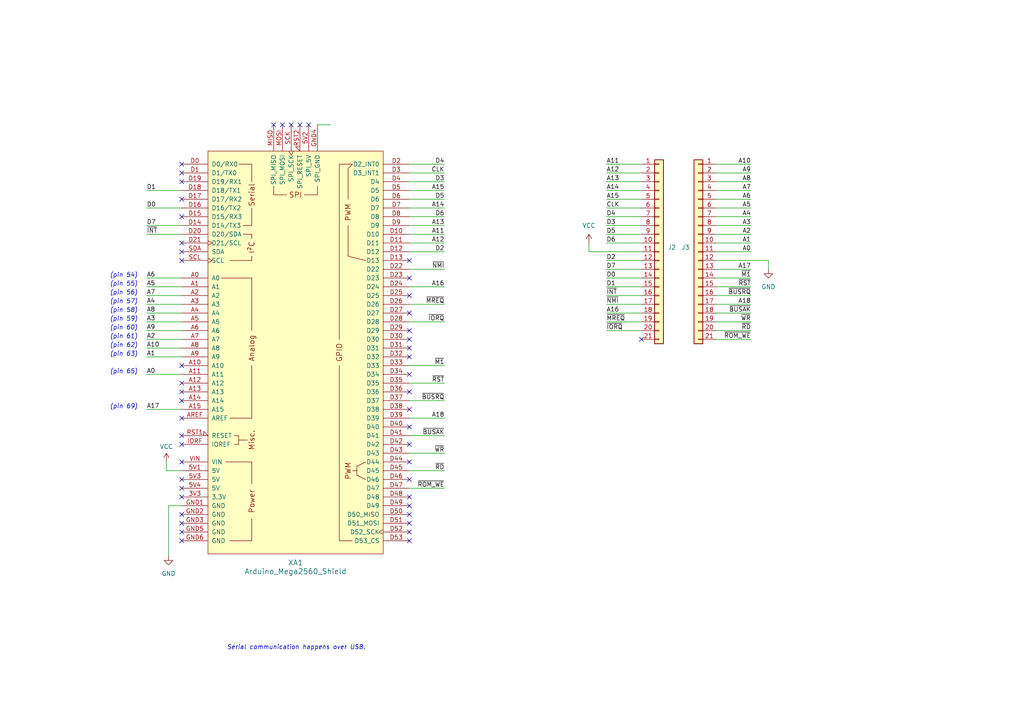
<source format=kicad_sch>
(kicad_sch (version 20230121) (generator eeschema)
  (paper "A4")
  (lib_symbols
    (symbol "Connector_Generic:Conn_01x21" (pin_names (offset 1.016) hide)
      (property "Reference" "J" (at 0 27.94 0))
      (property "Value" "Conn_01x21" (at 0 -27.94 0))
      (symbol "Conn_01x21_1_1"
        (rectangle (start -1.27 -25.273) (end 0 -25.527) (stroke (width 0.1524)))
        (rectangle (start -1.27 -22.733) (end 0 -22.987) (stroke (width 0.1524)))
        (rectangle (start -1.27 -20.193) (end 0 -20.447) (stroke (width 0.1524)))
        (rectangle (start -1.27 -17.653) (end 0 -17.907) (stroke (width 0.1524)))
        (rectangle (start -1.27 -15.113) (end 0 -15.367) (stroke (width 0.1524)))
        (rectangle (start -1.27 -12.573) (end 0 -12.827) (stroke (width 0.1524)))
        (rectangle (start -1.27 -10.033) (end 0 -10.287) (stroke (width 0.1524)))
        (rectangle (start -1.27 -7.493) (end 0 -7.747) (stroke (width 0.1524)))
        (rectangle (start -1.27 -4.953) (end 0 -5.207) (stroke (width 0.1524)))
        (rectangle (start -1.27 -2.413) (end 0 -2.667) (stroke (width 0.1524)))
        (rectangle (start -1.27 0.127) (end 0 -0.127) (stroke (width 0.1524)))
        (rectangle (start -1.27 2.667) (end 0 2.413) (stroke (width 0.1524)))
        (rectangle (start -1.27 5.207) (end 0 4.953) (stroke (width 0.1524)))
        (rectangle (start -1.27 7.747) (end 0 7.493) (stroke (width 0.1524)))
        (rectangle (start -1.27 10.287) (end 0 10.033) (stroke (width 0.1524)))
        (rectangle (start -1.27 12.827) (end 0 12.573) (stroke (width 0.1524)))
        (rectangle (start -1.27 15.367) (end 0 15.113) (stroke (width 0.1524)))
        (rectangle (start -1.27 17.907) (end 0 17.653) (stroke (width 0.1524)))
        (rectangle (start -1.27 20.447) (end 0 20.193) (stroke (width 0.1524)))
        (rectangle (start -1.27 22.987) (end 0 22.733) (stroke (width 0.1524)))
        (rectangle (start -1.27 25.527) (end 0 25.273) (stroke (width 0.1524)))
        (rectangle (start -1.27 26.67) (end 1.27 -26.67) (stroke (width 0.254)) (fill (type background)))
        (pin passive line (at -5.08 25.4 0) (length 3.81) (name "Pin_1") (number "1"))
        (pin passive line (at -5.08 2.54 0) (length 3.81) (name "Pin_10") (number "10"))
        (pin passive line (at -5.08 0 0) (length 3.81) (name "Pin_11") (number "11"))
        (pin passive line (at -5.08 -2.54 0) (length 3.81) (name "Pin_12") (number "12"))
        (pin passive line (at -5.08 -5.08 0) (length 3.81) (name "Pin_13") (number "13"))
        (pin passive line (at -5.08 -7.62 0) (length 3.81) (name "Pin_14") (number "14"))
        (pin passive line (at -5.08 -10.16 0) (length 3.81) (name "Pin_15") (number "15"))
        (pin passive line (at -5.08 -12.7 0) (length 3.81) (name "Pin_16") (number "16"))
        (pin passive line (at -5.08 -15.24 0) (length 3.81) (name "Pin_17") (number "17"))
        (pin passive line (at -5.08 -17.78 0) (length 3.81) (name "Pin_18") (number "18"))
        (pin passive line (at -5.08 -20.32 0) (length 3.81) (name "Pin_19") (number "19"))
        (pin passive line (at -5.08 22.86 0) (length 3.81) (name "Pin_2") (number "2"))
        (pin passive line (at -5.08 -22.86 0) (length 3.81) (name "Pin_20") (number "20"))
        (pin passive line (at -5.08 -25.4 0) (length 3.81) (name "Pin_21") (number "21"))
        (pin passive line (at -5.08 20.32 0) (length 3.81) (name "Pin_3") (number "3"))
        (pin passive line (at -5.08 17.78 0) (length 3.81) (name "Pin_4") (number "4"))
        (pin passive line (at -5.08 15.24 0) (length 3.81) (name "Pin_5") (number "5"))
        (pin passive line (at -5.08 12.7 0) (length 3.81) (name "Pin_6") (number "6"))
        (pin passive line (at -5.08 10.16 0) (length 3.81) (name "Pin_7") (number "7"))
        (pin passive line (at -5.08 7.62 0) (length 3.81) (name "Pin_8") (number "8"))
        (pin passive line (at -5.08 5.08 0) (length 3.81) (name "Pin_9") (number "9"))
      )
    )
    (symbol "PCM_arduino-library:Arduino_Mega2560_Shield" (pin_names (offset 1.016))
      (property "Reference" "XA" (at 0 -62.23 0))
      (property "Value" "Arduino_Mega2560_Shield" (at 0 -66.04 0))
      (symbol "Arduino_Mega2560_Shield_0_0"
        (rectangle (start -25.4 -58.42) (end 25.4 58.42) (fill (type background)))
        (rectangle (start -20.32 -31.75) (end -12.7 -31.75))
        (rectangle (start -19.05 -54.61) (end -12.7 -54.61))
        (rectangle (start -19.05 -19.05) (end -12.7 -19.05))
        (rectangle (start -19.05 26.67) (end -12.7 26.67))
        (rectangle (start -17.78 -26.67) (end -16.51 -26.67))
        (rectangle (start -17.78 -24.13) (end -16.51 -24.13))
        (rectangle (start -16.51 -25.4) (end -13.97 -25.4))
        (rectangle (start -16.51 -24.13) (end -16.51 -26.67))
        (rectangle (start -16.51 54.61) (end -12.7 54.61))
        (rectangle (start -15.24 34.29) (end -12.7 34.29))
        (rectangle (start -15.24 36.83) (end -12.7 36.83))
        (rectangle (start -12.7 -54.61) (end -12.7 -48.26))
        (rectangle (start -12.7 -31.75) (end -12.7 -38.1))
        (rectangle (start -12.7 26.67) (end -12.7 27.94))
        (rectangle (start -12.7 34.29) (end -12.7 33.02))
        (rectangle (start -12.7 41.91) (end -12.7 36.83))
        (rectangle (start -12.7 49.53) (end -12.7 54.61))
        (rectangle (start -6.35 48.26) (end -6.35 45.72))
        (rectangle (start -2.54 45.72) (end -6.35 45.72))
        (polyline (pts (xy -21.59 21.59) (xy -12.7 21.59)))
        (polyline (pts (xy -12.7 -19.05) (xy -12.7 -3.81)))
        (polyline (pts (xy -12.7 6.35) (xy -12.7 21.59)))
        (polyline (pts (xy 12.7 -54.61) (xy 16.51 -54.61)))
        (polyline (pts (xy 12.7 54.61) (xy 16.51 54.61)))
        (polyline (pts (xy 17.78 -34.29) (xy 16.51 -34.29)))
        (polyline (pts (xy 15.24 36.83) (xy 15.24 27.94) (xy 20.32 26.67)))
        (polyline (pts (xy 15.24 44.45) (xy 15.24 53.34) (xy 16.51 54.61)))
        (polyline (pts (xy 20.32 -31.75) (xy 17.78 -33.02) (xy 17.78 -35.56) (xy 20.32 -36.83)))
        (rectangle (start 6.35 45.72) (end 2.54 45.72))
        (rectangle (start 6.35 48.26) (end 6.35 45.72))
        (text "Analog" (at -12.7 1.27 900) (effects (font (size 1.524 1.524))))
        (text "I²C" (at -12.7 30.48 900) (effects (font (size 1.524 1.524))))
        (text "Misc." (at -12.7 -25.4 900) (effects (font (size 1.524 1.524))))
        (text "Power" (at -12.7 -43.18 900) (effects (font (size 1.524 1.524))))
        (text "PWM" (at 15.24 -34.29 900) (effects (font (size 1.524 1.524))))
        (text "PWM" (at 15.24 40.64 900) (effects (font (size 1.524 1.524))))
        (text "Serial" (at -12.7 45.72 900) (effects (font (size 1.524 1.524))))
        (text "SPI" (at 0 45.72 0) (effects (font (size 1.524 1.524))))
      )
      (symbol "Arduino_Mega2560_Shield_1_0"
        (rectangle (start 12.7 -54.61) (end 12.7 -3.81))
        (rectangle (start 12.7 54.61) (end 12.7 3.81))
        (text "GPIO" (at 12.7 0 900) (effects (font (size 1.524 1.524))))
      )
      (symbol "Arduino_Mega2560_Shield_1_1"
        (pin power_out line (at -33.02 -41.91 0) (length 7.62) (name "3.3V") (number "3V3"))
        (pin power_in line (at -33.02 -34.29 0) (length 7.62) (name "5V") (number "5V1"))
        (pin power_in line (at 3.81 66.04 270) (length 7.62) (name "SPI_5V") (number "5V2"))
        (pin power_in line (at -33.02 -36.83 0) (length 7.62) (name "5V") (number "5V3"))
        (pin power_in line (at -33.02 -39.37 0) (length 7.62) (name "5V") (number "5V4"))
        (pin bidirectional line (at -33.02 21.59 0) (length 7.62) (name "A0") (number "A0"))
        (pin bidirectional line (at -33.02 19.05 0) (length 7.62) (name "A1") (number "A1"))
        (pin bidirectional line (at -33.02 -3.81 0) (length 7.62) (name "A10") (number "A10"))
        (pin bidirectional line (at -33.02 -6.35 0) (length 7.62) (name "A11") (number "A11"))
        (pin bidirectional line (at -33.02 -8.89 0) (length 7.62) (name "A12") (number "A12"))
        (pin bidirectional line (at -33.02 -11.43 0) (length 7.62) (name "A13") (number "A13"))
        (pin bidirectional line (at -33.02 -13.97 0) (length 7.62) (name "A14") (number "A14"))
        (pin bidirectional line (at -33.02 -16.51 0) (length 7.62) (name "A15") (number "A15"))
        (pin bidirectional line (at -33.02 16.51 0) (length 7.62) (name "A2") (number "A2"))
        (pin bidirectional line (at -33.02 13.97 0) (length 7.62) (name "A3") (number "A3"))
        (pin bidirectional line (at -33.02 11.43 0) (length 7.62) (name "A4") (number "A4"))
        (pin bidirectional line (at -33.02 8.89 0) (length 7.62) (name "A5") (number "A5"))
        (pin bidirectional line (at -33.02 6.35 0) (length 7.62) (name "A6") (number "A6"))
        (pin bidirectional line (at -33.02 3.81 0) (length 7.62) (name "A7") (number "A7"))
        (pin bidirectional line (at -33.02 1.27 0) (length 7.62) (name "A8") (number "A8"))
        (pin bidirectional line (at -33.02 -1.27 0) (length 7.62) (name "A9") (number "A9"))
        (pin input line (at -33.02 -19.05 0) (length 7.62) (name "AREF") (number "AREF"))
        (pin bidirectional line (at -33.02 54.61 0) (length 7.62) (name "D0/RX0") (number "D0"))
        (pin bidirectional line (at -33.02 52.07 0) (length 7.62) (name "D1/TX0") (number "D1"))
        (pin bidirectional line (at 33.02 34.29 180) (length 7.62) (name "D10") (number "D10"))
        (pin bidirectional line (at 33.02 31.75 180) (length 7.62) (name "D11") (number "D11"))
        (pin bidirectional line (at 33.02 29.21 180) (length 7.62) (name "D12") (number "D12"))
        (pin bidirectional line (at 33.02 26.67 180) (length 7.62) (name "D13") (number "D13"))
        (pin bidirectional line (at -33.02 36.83 0) (length 7.62) (name "D14/TX3") (number "D14"))
        (pin bidirectional line (at -33.02 39.37 0) (length 7.62) (name "D15/RX3") (number "D15"))
        (pin bidirectional line (at -33.02 41.91 0) (length 7.62) (name "D16/TX2") (number "D16"))
        (pin bidirectional line (at -33.02 44.45 0) (length 7.62) (name "D17/RX2") (number "D17"))
        (pin bidirectional line (at -33.02 46.99 0) (length 7.62) (name "D18/TX1") (number "D18"))
        (pin bidirectional line (at -33.02 49.53 0) (length 7.62) (name "D19/RX1") (number "D19"))
        (pin bidirectional line (at 33.02 54.61 180) (length 7.62) (name "D2_INT0") (number "D2"))
        (pin bidirectional line (at -33.02 34.29 0) (length 7.62) (name "D20/SDA") (number "D20"))
        (pin bidirectional clock (at -33.02 31.75 0) (length 7.62) (name "D21/SCL") (number "D21"))
        (pin bidirectional line (at 33.02 24.13 180) (length 7.62) (name "D22") (number "D22"))
        (pin bidirectional line (at 33.02 21.59 180) (length 7.62) (name "D23") (number "D23"))
        (pin bidirectional line (at 33.02 19.05 180) (length 7.62) (name "D24") (number "D24"))
        (pin bidirectional line (at 33.02 16.51 180) (length 7.62) (name "D25") (number "D25"))
        (pin bidirectional line (at 33.02 13.97 180) (length 7.62) (name "D26") (number "D26"))
        (pin bidirectional line (at 33.02 11.43 180) (length 7.62) (name "D27") (number "D27"))
        (pin bidirectional line (at 33.02 8.89 180) (length 7.62) (name "D28") (number "D28"))
        (pin bidirectional line (at 33.02 6.35 180) (length 7.62) (name "D29") (number "D29"))
        (pin bidirectional line (at 33.02 52.07 180) (length 7.62) (name "D3_INT1") (number "D3"))
        (pin bidirectional line (at 33.02 3.81 180) (length 7.62) (name "D30") (number "D30"))
        (pin bidirectional line (at 33.02 1.27 180) (length 7.62) (name "D31") (number "D31"))
        (pin bidirectional line (at 33.02 -1.27 180) (length 7.62) (name "D32") (number "D32"))
        (pin bidirectional line (at 33.02 -3.81 180) (length 7.62) (name "D33") (number "D33"))
        (pin bidirectional line (at 33.02 -6.35 180) (length 7.62) (name "D34") (number "D34"))
        (pin bidirectional line (at 33.02 -8.89 180) (length 7.62) (name "D35") (number "D35"))
        (pin bidirectional line (at 33.02 -11.43 180) (length 7.62) (name "D36") (number "D36"))
        (pin bidirectional line (at 33.02 -13.97 180) (length 7.62) (name "D37") (number "D37"))
        (pin bidirectional line (at 33.02 -16.51 180) (length 7.62) (name "D38") (number "D38"))
        (pin bidirectional line (at 33.02 -19.05 180) (length 7.62) (name "D39") (number "D39"))
        (pin bidirectional line (at 33.02 49.53 180) (length 7.62) (name "D4") (number "D4"))
        (pin bidirectional line (at 33.02 -21.59 180) (length 7.62) (name "D40") (number "D40"))
        (pin bidirectional line (at 33.02 -24.13 180) (length 7.62) (name "D41") (number "D41"))
        (pin bidirectional line (at 33.02 -26.67 180) (length 7.62) (name "D42") (number "D42"))
        (pin bidirectional line (at 33.02 -29.21 180) (length 7.62) (name "D43") (number "D43"))
        (pin bidirectional line (at 33.02 -31.75 180) (length 7.62) (name "D44") (number "D44"))
        (pin bidirectional line (at 33.02 -34.29 180) (length 7.62) (name "D45") (number "D45"))
        (pin bidirectional line (at 33.02 -36.83 180) (length 7.62) (name "D46") (number "D46"))
        (pin bidirectional line (at 33.02 -39.37 180) (length 7.62) (name "D47") (number "D47"))
        (pin bidirectional line (at 33.02 -41.91 180) (length 7.62) (name "D48") (number "D48"))
        (pin bidirectional line (at 33.02 -44.45 180) (length 7.62) (name "D49") (number "D49"))
        (pin bidirectional line (at 33.02 46.99 180) (length 7.62) (name "D5") (number "D5"))
        (pin bidirectional line (at 33.02 -46.99 180) (length 7.62) (name "D50_MISO") (number "D50"))
        (pin bidirectional line (at 33.02 -49.53 180) (length 7.62) (name "D51_MOSI") (number "D51"))
        (pin bidirectional clock (at 33.02 -52.07 180) (length 7.62) (name "D52_SCK") (number "D52"))
        (pin bidirectional line (at 33.02 -54.61 180) (length 7.62) (name "D53_CS") (number "D53"))
        (pin bidirectional line (at 33.02 44.45 180) (length 7.62) (name "D6") (number "D6"))
        (pin bidirectional line (at 33.02 41.91 180) (length 7.62) (name "D7") (number "D7"))
        (pin bidirectional line (at 33.02 39.37 180) (length 7.62) (name "D8") (number "D8"))
        (pin bidirectional line (at 33.02 36.83 180) (length 7.62) (name "D9") (number "D9"))
        (pin power_in line (at -33.02 -44.45 0) (length 7.62) (name "GND") (number "GND1"))
        (pin power_in line (at -33.02 -46.99 0) (length 7.62) (name "GND") (number "GND2"))
        (pin power_in line (at -33.02 -49.53 0) (length 7.62) (name "GND") (number "GND3"))
        (pin power_in line (at 6.35 66.04 270) (length 7.62) (name "SPI_GND") (number "GND4"))
        (pin power_in line (at -33.02 -52.07 0) (length 7.62) (name "GND") (number "GND5"))
        (pin power_in line (at -33.02 -54.61 0) (length 7.62) (name "GND") (number "GND6"))
        (pin output line (at -33.02 -26.67 0) (length 7.62) (name "IOREF") (number "IORF"))
        (pin input line (at -6.35 66.04 270) (length 7.62) (name "SPI_MISO") (number "MISO"))
        (pin output line (at -3.81 66.04 270) (length 7.62) (name "SPI_MOSI") (number "MOSI"))
        (pin open_collector input_low (at -33.02 -24.13 0) (length 7.62) (name "RESET") (number "RST1"))
        (pin open_collector input_low (at 1.27 66.04 270) (length 7.62) (name "SPI_RESET") (number "RST2"))
        (pin output clock (at -1.27 66.04 270) (length 7.62) (name "SPI_SCK") (number "SCK"))
        (pin bidirectional clock (at -33.02 26.67 0) (length 7.62) (name "SCL") (number "SCL"))
        (pin bidirectional line (at -33.02 29.21 0) (length 7.62) (name "SDA") (number "SDA"))
        (pin power_in line (at -33.02 -31.75 0) (length 7.62) (name "VIN") (number "VIN"))
      )
    )
    (symbol "VCC_1" (power) (pin_names (offset 0))
      (property "Value" "VCC_1" (at 0 3.81 0))
      (symbol "VCC_1_0_1"
        (polyline (pts (xy -0.762 1.27) (xy 0 2.54)))
        (polyline (pts (xy 0 0) (xy 0 2.54)))
        (polyline (pts (xy 0 2.54) (xy 0.762 1.27)))
      )
      (symbol "VCC_1_1_1"
        (pin power_in line (at 0 0 90) (length 0) hide (name "VCC") (number "1"))
      )
    )
    (symbol "power:GND" (power) (pin_names (offset 0))
      (property "Value" "GND" (at 0 -3.81 0))
      (symbol "GND_0_1"
        (polyline (pts (xy 0 0) (xy 0 -1.27) (xy 1.27 -1.27) (xy 0 -2.54) (xy -1.27 -1.27) (xy 0 -1.27)))
      )
      (symbol "GND_1_1"
        (pin power_in line (at 0 0 270) (length 0) hide (name "GND") (number "1"))
      )
    )
    (symbol "power:VCC" (power) (pin_names (offset 0))
      (property "Value" "VCC" (at 0 3.81 0))
      (symbol "VCC_0_1"
        (polyline (pts (xy -0.762 1.27) (xy 0 2.54)))
        (polyline (pts (xy 0 0) (xy 0 2.54)))
        (polyline (pts (xy 0 2.54) (xy 0.762 1.27)))
      )
      (symbol "VCC_1_1"
        (pin power_in line (at 0 0 90) (length 0) hide (name "VCC") (number "1"))
      )
    )
  )
  (no_connect (at 186.055 98.425))
  (no_connect (at 52.705 52.705))
  (no_connect (at 52.705 50.165))
  (no_connect (at 52.705 75.565))
  (no_connect (at 52.705 154.305))
  (no_connect (at 118.745 98.425))
  (no_connect (at 84.455 36.195))
  (no_connect (at 118.745 118.745))
  (no_connect (at 118.745 151.765))
  (no_connect (at 118.745 108.585))
  (no_connect (at 118.745 90.805))
  (no_connect (at 52.705 121.285))
  (no_connect (at 52.705 141.605))
  (no_connect (at 118.745 146.685))
  (no_connect (at 118.745 75.565))
  (no_connect (at 118.745 123.825))
  (no_connect (at 52.705 113.665))
  (no_connect (at 81.915 36.195))
  (no_connect (at 79.375 36.195))
  (no_connect (at 118.745 156.845))
  (no_connect (at 52.705 70.485))
  (no_connect (at 52.705 57.785))
  (no_connect (at 89.535 36.195))
  (no_connect (at 52.705 126.365))
  (no_connect (at 86.995 36.195))
  (no_connect (at 52.705 139.065))
  (no_connect (at 52.705 156.845))
  (no_connect (at 52.705 133.985))
  (no_connect (at 118.745 149.225))
  (no_connect (at 118.745 133.985))
  (no_connect (at 52.705 73.025))
  (no_connect (at 52.705 144.145))
  (no_connect (at 118.745 128.905))
  (no_connect (at 118.745 139.065))
  (no_connect (at 118.745 103.505))
  (no_connect (at 118.745 154.305))
  (no_connect (at 52.705 111.125))
  (no_connect (at 118.745 144.145))
  (no_connect (at 52.705 116.205))
  (no_connect (at 118.745 85.725))
  (no_connect (at 52.705 62.865))
  (no_connect (at 52.705 151.765))
  (no_connect (at 118.745 80.645))
  (no_connect (at 52.705 106.045))
  (no_connect (at 52.705 47.625))
  (no_connect (at 118.745 100.965))
  (no_connect (at 118.745 113.665))
  (no_connect (at 52.705 149.225))
  (no_connect (at 118.745 95.885))
  (no_connect (at 52.705 128.905))
  (wire (pts (xy 118.745 111.125) (xy 128.905 111.125)))
  (wire (pts (xy 175.895 55.245) (xy 186.055 55.245)))
  (wire (pts (xy 217.805 52.705) (xy 207.645 52.705)))
  (wire (pts (xy 118.745 106.045) (xy 128.905 106.045)))
  (wire (pts (xy 217.805 47.625) (xy 207.645 47.625)))
  (wire (pts (xy 222.885 78.105) (xy 222.885 75.565)))
  (wire (pts (xy 118.745 67.945) (xy 128.905 67.945)))
  (wire (pts (xy 52.705 90.805) (xy 42.545 90.805)))
  (wire (pts (xy 118.745 136.525) (xy 128.905 136.525)))
  (wire (pts (xy 217.805 98.425) (xy 207.645 98.425)))
  (wire (pts (xy 175.895 85.725) (xy 186.055 85.725)))
  (wire (pts (xy 118.745 121.285) (xy 128.905 121.285)))
  (wire (pts (xy 217.805 62.865) (xy 207.645 62.865)))
  (wire (pts (xy 52.705 88.265) (xy 42.545 88.265)))
  (wire (pts (xy 217.805 85.725) (xy 207.645 85.725)))
  (wire (pts (xy 52.705 55.245) (xy 42.545 55.245)))
  (wire (pts (xy 175.895 67.945) (xy 186.055 67.945)))
  (wire (pts (xy 217.805 78.105) (xy 207.645 78.105)))
  (wire (pts (xy 48.895 146.685) (xy 52.705 146.685)))
  (wire (pts (xy 175.895 60.325) (xy 186.055 60.325)))
  (wire (pts (xy 118.745 70.485) (xy 128.905 70.485)))
  (wire (pts (xy 217.805 93.345) (xy 207.645 93.345)))
  (wire (pts (xy 52.705 93.345) (xy 42.545 93.345)))
  (wire (pts (xy 118.745 116.205) (xy 128.905 116.205)))
  (wire (pts (xy 170.815 73.025) (xy 186.055 73.025)))
  (wire (pts (xy 52.705 85.725) (xy 42.545 85.725)))
  (wire (pts (xy 175.895 65.405) (xy 186.055 65.405)))
  (wire (pts (xy 217.805 50.165) (xy 207.645 50.165)))
  (wire (pts (xy 175.895 52.705) (xy 186.055 52.705)))
  (wire (pts (xy 118.745 55.245) (xy 128.905 55.245)))
  (wire (pts (xy 170.815 70.485) (xy 170.815 73.025)))
  (wire (pts (xy 217.805 90.805) (xy 207.645 90.805)))
  (wire (pts (xy 175.895 47.625) (xy 186.055 47.625)))
  (wire (pts (xy 217.805 55.245) (xy 207.645 55.245)))
  (wire (pts (xy 118.745 131.445) (xy 128.905 131.445)))
  (wire (pts (xy 118.745 73.025) (xy 128.905 73.025)))
  (wire (pts (xy 175.895 78.105) (xy 186.055 78.105)))
  (wire (pts (xy 118.745 126.365) (xy 128.905 126.365)))
  (wire (pts (xy 118.745 52.705) (xy 128.905 52.705)))
  (wire (pts (xy 175.895 57.785) (xy 186.055 57.785)))
  (wire (pts (xy 48.895 161.29) (xy 48.895 146.685)))
  (wire (pts (xy 217.805 67.945) (xy 207.645 67.945)))
  (wire (pts (xy 52.705 100.965) (xy 42.545 100.965)))
  (wire (pts (xy 175.895 88.265) (xy 186.055 88.265)))
  (wire (pts (xy 217.805 70.485) (xy 207.645 70.485)))
  (wire (pts (xy 175.895 93.345) (xy 186.055 93.345)))
  (wire (pts (xy 118.745 50.165) (xy 128.905 50.165)))
  (wire (pts (xy 118.745 47.625) (xy 128.905 47.625)))
  (wire (pts (xy 175.895 80.645) (xy 186.055 80.645)))
  (wire (pts (xy 118.745 88.265) (xy 128.905 88.265)))
  (wire (pts (xy 118.745 60.325) (xy 128.905 60.325)))
  (wire (pts (xy 175.895 90.805) (xy 186.055 90.805)))
  (wire (pts (xy 118.745 65.405) (xy 128.905 65.405)))
  (wire (pts (xy 175.895 70.485) (xy 186.055 70.485)))
  (wire (pts (xy 52.705 98.425) (xy 42.545 98.425)))
  (wire (pts (xy 48.26 133.985) (xy 48.26 136.525)))
  (wire (pts (xy 217.805 80.645) (xy 207.645 80.645)))
  (wire (pts (xy 217.805 83.185) (xy 207.645 83.185)))
  (wire (pts (xy 118.745 93.345) (xy 128.905 93.345)))
  (wire (pts (xy 207.645 75.565) (xy 222.885 75.565)))
  (wire (pts (xy 52.705 108.585) (xy 42.545 108.585)))
  (wire (pts (xy 217.805 73.025) (xy 207.645 73.025)))
  (wire (pts (xy 118.745 78.105) (xy 128.905 78.105)))
  (wire (pts (xy 52.705 80.645) (xy 42.545 80.645)))
  (wire (pts (xy 52.705 95.885) (xy 42.545 95.885)))
  (wire (pts (xy 217.805 57.785) (xy 207.645 57.785)))
  (wire (pts (xy 217.805 88.265) (xy 207.645 88.265)))
  (wire (pts (xy 52.705 60.325) (xy 42.545 60.325)))
  (wire (pts (xy 217.805 95.885) (xy 207.645 95.885)))
  (wire (pts (xy 52.705 67.945) (xy 42.545 67.945)))
  (wire (pts (xy 217.805 65.405) (xy 207.645 65.405)))
  (wire (pts (xy 175.895 50.165) (xy 186.055 50.165)))
  (wire (pts (xy 118.745 57.785) (xy 128.905 57.785)))
  (wire (pts (xy 52.705 65.405) (xy 42.545 65.405)))
  (wire (pts (xy 118.745 141.605) (xy 128.905 141.605)))
  (wire (pts (xy 118.745 62.865) (xy 128.905 62.865)))
  (wire (pts (xy 175.895 75.565) (xy 186.055 75.565)))
  (wire (pts (xy 217.805 60.325) (xy 207.645 60.325)))
  (wire (pts (xy 48.26 136.525) (xy 52.705 136.525)))
  (wire (pts (xy 52.705 103.505) (xy 42.545 103.505)))
  (wire (pts (xy 175.895 62.865) (xy 186.055 62.865)))
  (wire (pts (xy 52.705 83.185) (xy 42.545 83.185)))
  (wire (pts (xy 52.705 118.745) (xy 42.545 118.745)))
  (wire (pts (xy 92.075 36.195) (xy 95.885 36.195)))
  (wire (pts (xy 175.895 95.885) (xy 186.055 95.885)))
  (wire (pts (xy 175.895 83.185) (xy 186.055 83.185)))
  (wire (pts (xy 118.745 83.185) (xy 128.905 83.185)))
  (text "(pin 65)" (at 40.005 108.585 0) (effects (font (size 1.27 1.27) italic) (justify right bottom)))
  (text "(pin 56)" (at 40.005 85.725 0) (effects (font (size 1.27 1.27) italic) (justify right bottom)))
  (text "(pin 55)" (at 40.005 83.185 0) (effects (font (size 1.27 1.27) italic) (justify right bottom)))
  (text "(pin 57)" (at 40.005 88.265 0) (effects (font (size 1.27 1.27) italic) (justify right bottom)))
  (text "Serial communication happens over USB." (at 106.045 188.595 0) (effects (font (size 1.27 1.27) italic) (justify right bottom)))
  (text "(pin 60)" (at 40.005 95.885 0) (effects (font (size 1.27 1.27) italic) (justify right bottom)))
  (text "(pin 59)" (at 40.005 93.345 0) (effects (font (size 1.27 1.27) italic) (justify right bottom)))
  (text "(pin 63)" (at 40.005 103.505 0) (effects (font (size 1.27 1.27) italic) (justify right bottom)))
  (text "(pin 62)" (at 40.005 100.965 0) (effects (font (size 1.27 1.27) italic) (justify right bottom)))
  (text "(pin 61)" (at 40.005 98.425 0) (effects (font (size 1.27 1.27) italic) (justify right bottom)))
  (text "(pin 69)" (at 40.005 118.745 0) (effects (font (size 1.27 1.27) italic) (justify right bottom)))
  (text "(pin 58)" (at 40.005 90.805 0) (effects (font (size 1.27 1.27) italic) (justify right bottom)))
  (text "(pin 54)" (at 40.005 80.645 0) (effects (font (size 1.27 1.27) italic) (justify right bottom)))
  (label "A3" (at 217.805 65.405 180))
  (label "~{ROM_WE}" (at 128.905 141.605 180))
  (label "D3" (at 128.905 52.705 180))
  (label "D2" (at 128.905 73.025 180))
  (label "A8" (at 42.545 90.805 0))
  (label "~{WR}" (at 217.805 93.345 180))
  (label "A6" (at 42.545 80.645 0))
  (label "A10" (at 42.545 100.965 0))
  (label "A10" (at 217.805 47.625 180))
  (label "~{BUSAK}" (at 217.805 90.805 180))
  (label "A3" (at 42.545 93.345 0))
  (label "~{BUSRQ}" (at 128.905 116.205 180))
  (label "A15" (at 128.905 55.245 180))
  (label "A16" (at 175.895 90.805 0))
  (label "D5" (at 128.905 57.785 180))
  (label "A9" (at 42.545 95.885 0))
  (label "A15" (at 175.895 57.785 0))
  (label "A16" (at 128.905 83.185 180))
  (label "A9" (at 217.805 50.165 180))
  (label "A2" (at 217.805 67.945 180))
  (label "A5" (at 42.545 83.185 0))
  (label "A12" (at 175.895 50.165 0))
  (label "~{RST}" (at 217.805 83.185 180))
  (label "A18" (at 128.905 121.285 180))
  (label "~{IORQ}" (at 175.895 95.885 0))
  (label "A1" (at 217.805 70.485 180))
  (label "~{RST}" (at 128.905 111.125 180))
  (label "A11" (at 175.895 47.625 0))
  (label "D5" (at 175.895 67.945 0))
  (label "~{NMI}" (at 175.895 88.265 0))
  (label "~{MREQ}" (at 128.905 88.265 180))
  (label "D3" (at 175.895 65.405 0))
  (label "D0" (at 42.545 60.325 0))
  (label "A4" (at 217.805 62.865 180))
  (label "A4" (at 42.545 88.265 0))
  (label "A0" (at 217.805 73.025 180))
  (label "A14" (at 175.895 55.245 0))
  (label "D4" (at 128.905 47.625 180))
  (label "~{RD}" (at 217.805 95.885 180))
  (label "D0" (at 175.895 80.645 0))
  (label "CLK" (at 175.895 60.325 0))
  (label "D2" (at 175.895 75.565 0))
  (label "A7" (at 42.545 85.725 0))
  (label "A17" (at 42.545 118.745 0))
  (label "D6" (at 128.905 62.865 180))
  (label "A13" (at 128.905 65.405 180))
  (label "~{M1}" (at 217.805 80.645 180))
  (label "~{IORQ}" (at 128.905 93.345 180))
  (label "D1" (at 42.545 55.245 0))
  (label "~{INT}" (at 42.545 67.945 0))
  (label "~{BUSAK}" (at 128.905 126.365 180))
  (label "D1" (at 175.895 83.185 0))
  (label "A7" (at 217.805 55.245 180))
  (label "~{NMI}" (at 128.905 78.105 180))
  (label "A14" (at 128.905 60.325 180))
  (label "A12" (at 128.905 70.485 180))
  (label "A17" (at 217.805 78.105 180))
  (label "~{INT}" (at 175.895 85.725 0))
  (label "A0" (at 42.545 108.585 0))
  (label "A2" (at 42.545 98.425 0))
  (label "~{BUSRQ}" (at 217.805 85.725 180))
  (label "A6" (at 217.805 57.785 180))
  (label "~{RD}" (at 128.905 136.525 180))
  (label "CLK" (at 128.905 50.165 180))
  (label "~{WR}" (at 128.905 131.445 180))
  (label "A8" (at 217.805 52.705 180))
  (label "~{ROM_WE}" (at 217.805 98.425 180))
  (label "D7" (at 42.545 65.405 0))
  (label "A11" (at 128.905 67.945 180))
  (label "D7" (at 175.895 78.105 0))
  (label "A18" (at 217.805 88.265 180))
  (label "D4" (at 175.895 62.865 0))
  (label "~{MREQ}" (at 175.895 93.345 0))
  (label "~{M1}" (at 128.905 106.045 180))
  (label "A5" (at 217.805 60.325 180))
  (label "A1" (at 42.545 103.505 0))
  (label "A13" (at 175.895 52.705 0))
  (label "D6" (at 175.895 70.485 0))
  (symbol (lib_id "PCM_arduino-library:Arduino_Mega2560_Shield") (at 85.725 102.235 0) (unit 1)
    (property "Reference" "XA1" (at 85.725 163.195 0) (effects (font (size 1.524 1.524))))
    (property "Value" "Arduino_Mega2560_Shield" (at 85.725 165.735 0) (effects (font (size 1.524 1.524))))
    (property "Footprint" "PCM_arduino-library:Arduino_Mega2560_Shield" (effects hide))
    (property "Datasheet" "https://docs.arduino.cc/hardware/mega-2560" (effects hide))
  )
  (symbol (lib_name "VCC_1") (lib_id "power:VCC") (at 48.26 133.985 0) (unit 1)
    (property "Reference" "#PWR016" (effects hide))
    (property "Value" "VCC" (at 48.26 129.54 0))
  )
  (symbol (lib_id "Connector_Generic:Conn_01x21") (at 202.565 73.025 0) (mirror y) (unit 1)
    (property "Reference" "J3" (at 200.025 71.755 0) (effects (justify left)))
    (property "Value" "Conn_01x21" (effects hide))
    (instances (project "fortuna-s" (path "" (reference "J3") (unit 1)) (path "" (reference "J5") (unit 1))))
  )
  (symbol (lib_id "power:GND") (at 222.885 78.105 0) (unit 1)
    (property "Reference" "#PWR013" (effects hide))
    (property "Value" "GND" (at 222.885 83.185 0))
    (instances (project "fortuna-s" (path "" (reference "#PWR013") (unit 1)) (path "" (reference "#PWR015") (unit 1))))
  )
  (symbol (lib_id "power:GND") (at 48.895 161.29 0) (unit 1)
    (property "Reference" "#PWR01" (effects hide))
    (property "Value" "GND" (at 48.895 166.37 0))
  )
  (symbol (lib_id "Connector_Generic:Conn_01x21") (at 191.135 73.025 0) (unit 1)
    (property "Reference" "J2" (at 193.675 71.755 0) (effects (justify left)))
    (property "Value" "Conn_01x21" (effects hide))
    (instances (project "fortuna-s" (path "" (reference "J2") (unit 1)) (path "" (reference "J4") (unit 1))))
  )
  (symbol (lib_id "power:VCC") (at 170.815 70.485 0) (unit 1)
    (property "Reference" "#PWR012" (effects hide))
    (property "Value" "VCC" (at 170.815 65.405 0))
    (instances (project "fortuna-s" (path "" (reference "#PWR012") (unit 1)) (path "" (reference "#PWR014") (unit 1))))
  )
)
</source>
